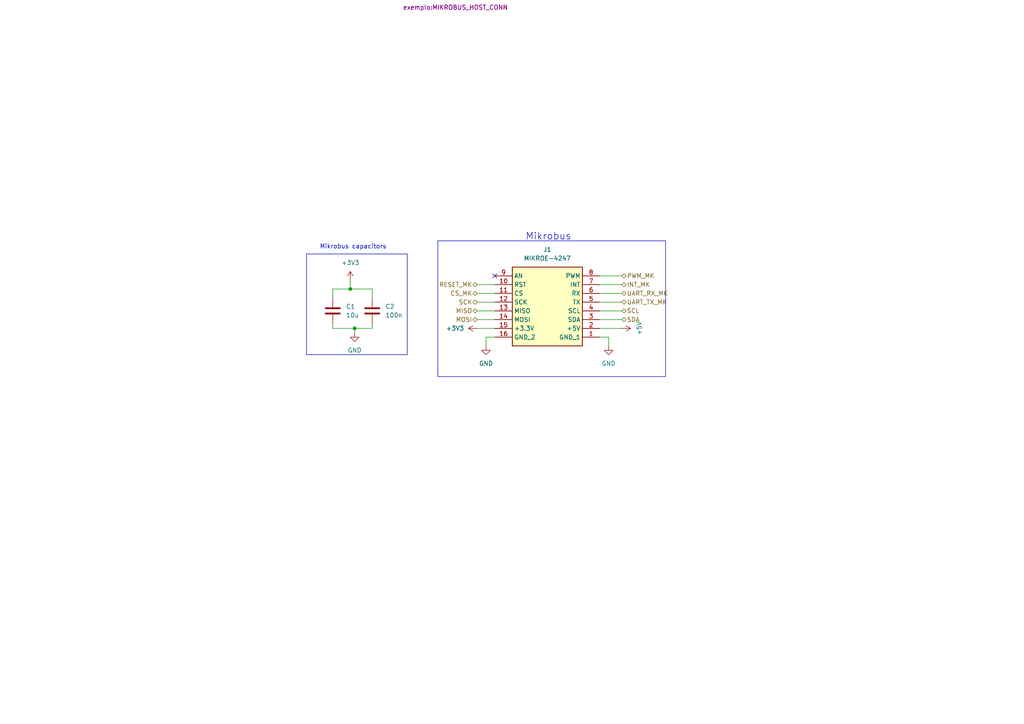
<source format=kicad_sch>
(kicad_sch (version 20250114) (generator "eeschema") (generator_version "9.0")
  (paper "A4")
  (lib_symbols
    (symbol "Com_L432KC_symbols:MIKROE-4247"
      (property "Reference" "J" (at 26.67 7.62 0))
      (property "Value" "MIKROE-4247" (at 26.67 5.08 0))
      (symbol "MIKROE-4247_1_1"
        (rectangle (start 5.08 2.54) (end 25.4 -20.32) (stroke (width 0.254)) (fill (type background)))
        (pin passive line (at 0 0 0) (length 5.08) (name "GND_1") (number "1"))
        (pin passive line (at 0 -2.54 0) (length 5.08) (name "+5V") (number "2"))
        (pin passive line (at 0 -5.08 0) (length 5.08) (name "SDA") (number "3"))
        (pin passive line (at 0 -7.62 0) (length 5.08) (name "SCL") (number "4"))
        (pin passive line (at 0 -10.16 0) (length 5.08) (name "TX") (number "5"))
        (pin passive line (at 0 -12.7 0) (length 5.08) (name "RX") (number "6"))
        (pin passive line (at 0 -15.24 0) (length 5.08) (name "INT") (number "7"))
        (pin passive line (at 0 -17.78 0) (length 5.08) (name "PWM") (number "8"))
        (pin passive line (at 30.48 0 180) (length 5.08) (name "GND_2") (number "16"))
        (pin passive line (at 30.48 -2.54 180) (length 5.08) (name "+3.3V") (number "15"))
        (pin passive line (at 30.48 -5.08 180) (length 5.08) (name "MOSI") (number "14"))
        (pin passive line (at 30.48 -7.62 180) (length 5.08) (name "MISO") (number "13"))
        (pin passive line (at 30.48 -10.16 180) (length 5.08) (name "SCK") (number "12"))
        (pin passive line (at 30.48 -12.7 180) (length 5.08) (name "CS") (number "11"))
        (pin passive line (at 30.48 -15.24 180) (length 5.08) (name "RST") (number "10"))
        (pin passive line (at 30.48 -17.78 180) (length 5.08) (name "AN") (number "9"))
      )
    )
    (symbol "Device:C" (pin_numbers (hide yes)) (pin_names (offset 0.254))
      (property "Reference" "C" (at 0.635 2.54 0))
      (property "Value" "C" (at 0.635 -2.54 0))
      (symbol "C_0_1"
        (polyline (pts (xy -2.032 0.762) (xy 2.032 0.762)) (stroke (width 0.508)))
        (polyline (pts (xy -2.032 -0.762) (xy 2.032 -0.762)) (stroke (width 0.508)))
      )
      (symbol "C_1_1"
        (pin passive line (at 0 3.81 270) (length 2.794) (name "~") (number "1"))
        (pin passive line (at 0 -3.81 90) (length 2.794) (name "~") (number "2"))
      )
    )
    (symbol "power:+3.3V" (power) (pin_names (offset 0))
      (property "Value" "+3.3V" (at 0 3.556 0))
      (symbol "+3.3V_0_1"
        (polyline (pts (xy -0.762 1.27) (xy 0 2.54)))
        (polyline (pts (xy 0 2.54) (xy 0.762 1.27)))
        (polyline (pts (xy 0 0) (xy 0 2.54)))
      )
      (symbol "+3.3V_1_1"
        (pin power_in line (at 0 0 90) (length 0) (hide yes) (name "+3V3") (number "1"))
      )
    )
    (symbol "power:+5V" (power) (pin_numbers (hide yes)) (pin_names (offset 0) (hide yes))
      (property "Value" "+5V" (at 0 3.556 0))
      (symbol "+5V_0_1"
        (polyline (pts (xy -0.762 1.27) (xy 0 2.54)))
        (polyline (pts (xy 0 2.54) (xy 0.762 1.27)))
        (polyline (pts (xy 0 0) (xy 0 2.54)))
      )
      (symbol "+5V_1_1"
        (pin power_in line (at 0 0 90) (length 0) (name "~") (number "1"))
      )
    )
    (symbol "power:GND" (power) (pin_names (offset 0))
      (property "Value" "GND" (at 0 -3.81 0))
      (symbol "GND_0_1"
        (polyline (pts (xy 0 0) (xy 0 -1.27) (xy 1.27 -1.27) (xy 0 -2.54) (xy -1.27 -1.27) (xy 0 -1.27)))
      )
      (symbol "GND_1_1"
        (pin power_in line (at 0 0 270) (length 0) (hide yes) (name "GND") (number "1"))
      )
    )
  )
  (rectangle (start 127 69.85) (end 193.04 109.22))
  (text "Mikrobus capacitors" (at 92.71 72.39 0) (effects (font (size 1.27 1.27)) (justify left bottom)))
  (text "Mikrobus" (at 152.4 69.85 0) (effects (font (size 2 2)) (justify left bottom)))
  (junction (at 102.87 95.25))
  (junction (at 101.6 83.82))
  (no_connect (at 143.51 80.01))
  (wire (pts (xy 107.95 95.25) (xy 107.95 93.98)))
  (wire (pts (xy 140.97 97.79) (xy 143.51 97.79)))
  (polyline (pts (xy 118.11 102.87) (xy 88.9 102.87)))
  (wire (pts (xy 107.95 83.82) (xy 107.95 86.36)))
  (wire (pts (xy 173.99 97.79) (xy 176.53 97.79)))
  (wire (pts (xy 96.52 95.25) (xy 96.52 93.98)))
  (wire (pts (xy 102.87 95.25) (xy 102.87 96.52)))
  (wire (pts (xy 96.52 95.25) (xy 102.87 95.25)))
  (wire (pts (xy 173.99 80.01) (xy 180.34 80.01)))
  (polyline (pts (xy 118.11 73.66) (xy 118.11 102.87)))
  (wire (pts (xy 138.43 95.25) (xy 143.51 95.25)))
  (wire (pts (xy 96.52 83.82) (xy 101.6 83.82)))
  (wire (pts (xy 173.99 87.63) (xy 180.34 87.63)))
  (polyline (pts (xy 88.9 73.66) (xy 88.9 102.87)))
  (wire (pts (xy 102.87 95.25) (xy 107.95 95.25)))
  (wire (pts (xy 138.43 90.17) (xy 143.51 90.17)))
  (wire (pts (xy 173.99 82.55) (xy 180.34 82.55)))
  (wire (pts (xy 173.99 85.09) (xy 180.34 85.09)))
  (polyline (pts (xy 88.9 73.66) (xy 118.11 73.66)))
  (wire (pts (xy 138.43 87.63) (xy 143.51 87.63)))
  (wire (pts (xy 138.43 92.71) (xy 143.51 92.71)))
  (wire (pts (xy 138.43 82.55) (xy 143.51 82.55)))
  (wire (pts (xy 173.99 92.71) (xy 180.34 92.71)))
  (wire (pts (xy 138.43 85.09) (xy 143.51 85.09)))
  (wire (pts (xy 173.99 90.17) (xy 180.34 90.17)))
  (wire (pts (xy 101.6 83.82) (xy 107.95 83.82)))
  (wire (pts (xy 101.6 81.28) (xy 101.6 83.82)))
  (wire (pts (xy 140.97 100.33) (xy 140.97 97.79)))
  (wire (pts (xy 176.53 97.79) (xy 176.53 100.33)))
  (wire (pts (xy 173.99 95.25) (xy 180.34 95.25)))
  (wire (pts (xy 96.52 86.36) (xy 96.52 83.82)))
  (hierarchical_label "MOSI" (shape bidirectional) (at 138.43 92.71 180))
  (hierarchical_label "CS_MK" (shape bidirectional) (at 138.43 85.09 180))
  (hierarchical_label "UART_RX_MK" (shape bidirectional) (at 180.34 85.09 0))
  (hierarchical_label "MISO" (shape bidirectional) (at 138.43 90.17 180))
  (hierarchical_label "PWM_MK" (shape bidirectional) (at 180.34 80.01 0))
  (hierarchical_label "UART_TX_MK" (shape bidirectional) (at 180.34 87.63 0))
  (hierarchical_label "RESET_MK" (shape bidirectional) (at 138.43 82.55 180))
  (hierarchical_label "SCK" (shape bidirectional) (at 138.43 87.63 180))
  (hierarchical_label "INT_MK" (shape bidirectional) (at 180.34 82.55 0))
  (hierarchical_label "SDA" (shape bidirectional) (at 180.34 92.71 0))
  (hierarchical_label "SCL" (shape bidirectional) (at 180.34 90.17 0))
  (symbol (lib_id "power:GND") (at 102.87 96.52 0) (unit 1)
    (property "Reference" "#PWR02" (effects (hide yes)))
    (property "Value" "GND" (at 102.87 101.6 0))
  )
  (symbol (lib_id "power:+3.3V") (at 101.6 81.28 0) (unit 1)
    (property "Reference" "#PWR01" (effects (hide yes)))
    (property "Value" "+3V3" (at 101.6 76.2 0))
  )
  (symbol (lib_id "Device:C") (at 107.95 90.17 0) (unit 1)
    (property "Reference" "C2" (at 111.76 88.8999 0) (effects (justify left)))
    (property "Value" "100n" (at 111.76 91.4399 0) (effects (justify left)))
    (property "Footprint" "Capacitor_SMD:C_0805_2012Metric_Pad1.18x1.45mm_HandSolder" (effects (hide yes)))
  )
  (symbol (lib_id "power:+5V") (at 180.34 95.25 270) (unit 1)
    (property "Reference" "#PWR06" (effects (hide yes)))
    (property "Value" "+5V" (at 185.42 95.25 0))
    (property "Description" "Power symbol creates a global label with name \"+5V\"" (effects (hide yes)))
  )
  (symbol (lib_id "Com_L432KC_symbols:MIKROE-4247") (at 173.99 97.79 180) (unit 1)
    (property "Reference" "J1" (at 158.75 72.39 0))
    (property "Value" "MIKROE-4247" (at 158.75 74.93 0))
    (property "Footprint" "exemplo:MIKROBUS_HOST_CONN" (at 147.32 2.87 0) (effects (justify left top)))
    (property "Datasheet" "https://download.mikroe.com/documents/mikrobu_socket/SOCKET%20mikroBUS%2016%20TH.pdf" (effects (hide yes)))
    (property "Description" "Sockets & Adapters SOCKET mikroBUS 16 TH" (effects (hide yes)))
    (property "Height" "11.6" (effects (hide yes)))
    (property "Manufacturer_Name" "Mikroe" (effects (hide yes)))
    (property "Manufacturer_Part_Number" "MIKROE-4247" (effects (hide yes)))
    (property "Mouser Part Number" "932-MIKROE-4247" (effects (hide yes)))
    (property "Mouser Price/Stock" "https://www.mouser.co.uk/ProductDetail/Mikroe/MIKROE-4247?qs=zW32dvEIR3v60RwxHCFyew%3D%3D" (effects (hide yes)))
  )
  (symbol (lib_id "power:+3.3V") (at 138.43 95.25 90) (unit 1)
    (property "Reference" "#PWR03" (effects (hide yes)))
    (property "Value" "+3V3" (at 134.62 95.2499 90) (effects (justify left)))
  )
  (symbol (lib_id "Device:C") (at 96.52 90.17 0) (unit 1)
    (property "Reference" "C1" (at 100.33 88.8999 0) (effects (justify left)))
    (property "Value" "10u" (at 100.33 91.4399 0) (effects (justify left)))
    (property "Footprint" "Capacitor_SMD:C_0805_2012Metric_Pad1.18x1.45mm_HandSolder" (effects (hide yes)))
  )
  (symbol (lib_id "power:GND") (at 140.97 100.33 0) (unit 1)
    (property "Reference" "#PWR04" (effects (hide yes)))
    (property "Value" "GND" (at 140.97 105.41 0))
  )
  (symbol (lib_id "power:GND") (at 176.53 100.33 0) (unit 1)
    (property "Reference" "#PWR05" (effects (hide yes)))
    (property "Value" "GND" (at 176.53 105.41 0))
  )
)
</source>
